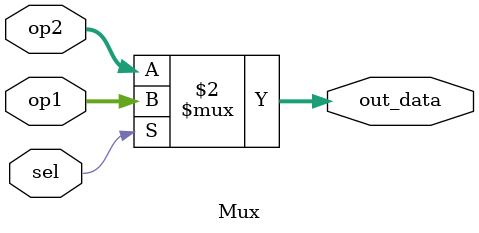
<source format=sv>
`timescale 1ns / 1ps


module Mux(
    input logic [31:0]  op1,
    input logic [31:0]  op2,
    input logic  sel,
    output logic[31:0]  out_data
    );
    assign out_data = (sel == 1'b1)?op1:op2;
endmodule

</source>
